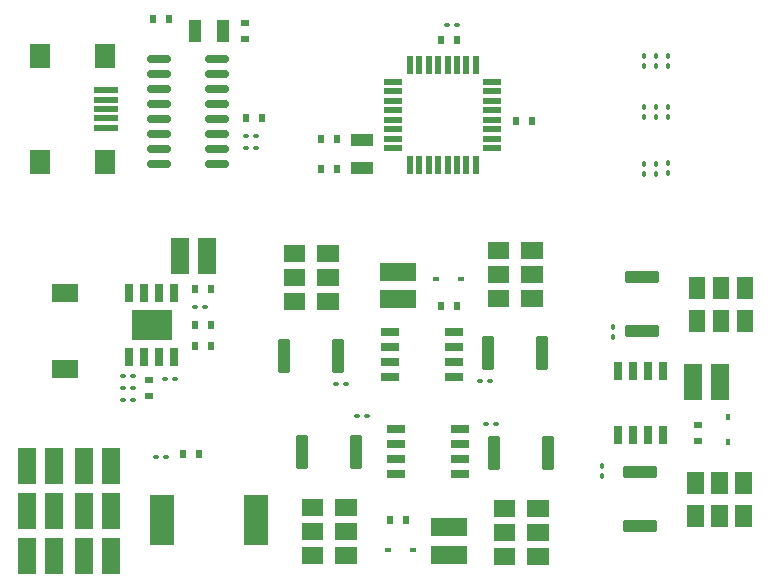
<source format=gbr>
%TF.GenerationSoftware,KiCad,Pcbnew,(6.0.10)*%
%TF.CreationDate,2023-01-31T23:24:51+03:00*%
%TF.ProjectId,001_ESC,3030315f-4553-4432-9e6b-696361645f70,rev?*%
%TF.SameCoordinates,Original*%
%TF.FileFunction,Paste,Top*%
%TF.FilePolarity,Positive*%
%FSLAX46Y46*%
G04 Gerber Fmt 4.6, Leading zero omitted, Abs format (unit mm)*
G04 Created by KiCad (PCBNEW (6.0.10)) date 2023-01-31 23:24:51*
%MOMM*%
%LPD*%
G01*
G04 APERTURE LIST*
G04 Aperture macros list*
%AMRoundRect*
0 Rectangle with rounded corners*
0 $1 Rounding radius*
0 $2 $3 $4 $5 $6 $7 $8 $9 X,Y pos of 4 corners*
0 Add a 4 corners polygon primitive as box body*
4,1,4,$2,$3,$4,$5,$6,$7,$8,$9,$2,$3,0*
0 Add four circle primitives for the rounded corners*
1,1,$1+$1,$2,$3*
1,1,$1+$1,$4,$5*
1,1,$1+$1,$6,$7*
1,1,$1+$1,$8,$9*
0 Add four rect primitives between the rounded corners*
20,1,$1+$1,$2,$3,$4,$5,0*
20,1,$1+$1,$4,$5,$6,$7,0*
20,1,$1+$1,$6,$7,$8,$9,0*
20,1,$1+$1,$8,$9,$2,$3,0*%
G04 Aperture macros list end*
%ADD10C,0.010000*%
%ADD11RoundRect,0.116400X-1.298600X-0.368600X1.298600X-0.368600X1.298600X0.368600X-1.298600X0.368600X0*%
%ADD12RoundRect,0.116400X-0.368600X1.298600X-0.368600X-1.298600X0.368600X-1.298600X0.368600X1.298600X0*%
%ADD13RoundRect,0.116400X0.368600X-1.298600X0.368600X1.298600X-0.368600X1.298600X-0.368600X-1.298600X0*%
%ADD14RoundRect,0.150000X0.825000X0.150000X-0.825000X0.150000X-0.825000X-0.150000X0.825000X-0.150000X0*%
%ADD15R,1.520000X3.050000*%
%ADD16RoundRect,0.090000X-0.090000X0.139000X-0.090000X-0.139000X0.090000X-0.139000X0.090000X0.139000X0*%
%ADD17R,0.600000X0.800000*%
%ADD18R,3.050000X1.520000*%
%ADD19R,0.700000X1.525000*%
%ADD20R,2.000000X4.200000*%
%ADD21R,0.600000X0.450000*%
%ADD22R,1.500000X0.550000*%
%ADD23R,0.550000X1.500000*%
%ADD24R,0.450000X0.600000*%
%ADD25RoundRect,0.090000X0.139000X0.090000X-0.139000X0.090000X-0.139000X-0.090000X0.139000X-0.090000X0*%
%ADD26RoundRect,0.090000X-0.139000X-0.090000X0.139000X-0.090000X0.139000X0.090000X-0.139000X0.090000X0*%
%ADD27RoundRect,0.090000X0.090000X-0.139000X0.090000X0.139000X-0.090000X0.139000X-0.090000X-0.139000X0*%
%ADD28R,1.525000X0.700000*%
%ADD29R,2.000000X0.500000*%
%ADD30R,1.700000X2.000000*%
%ADD31R,1.900000X1.100000*%
%ADD32R,0.800000X0.600000*%
%ADD33R,3.450000X2.560000*%
%ADD34R,1.100000X1.900000*%
%ADD35R,2.200000X1.500000*%
G04 APERTURE END LIST*
%TO.C,Q6*%
G36*
X170832000Y-120872000D02*
G01*
X169512000Y-120872000D01*
X169512000Y-119132000D01*
X170832000Y-119132000D01*
X170832000Y-120872000D01*
G37*
D10*
X170832000Y-120872000D02*
X169512000Y-120872000D01*
X169512000Y-119132000D01*
X170832000Y-119132000D01*
X170832000Y-120872000D01*
G36*
X172872000Y-120872000D02*
G01*
X171552000Y-120872000D01*
X171552000Y-119132000D01*
X172872000Y-119132000D01*
X172872000Y-120872000D01*
G37*
X172872000Y-120872000D02*
X171552000Y-120872000D01*
X171552000Y-119132000D01*
X172872000Y-119132000D01*
X172872000Y-120872000D01*
G36*
X174912000Y-120872000D02*
G01*
X173592000Y-120872000D01*
X173592000Y-119132000D01*
X174912000Y-119132000D01*
X174912000Y-120872000D01*
G37*
X174912000Y-120872000D02*
X173592000Y-120872000D01*
X173592000Y-119132000D01*
X174912000Y-119132000D01*
X174912000Y-120872000D01*
G36*
X170832000Y-123692000D02*
G01*
X169512000Y-123692000D01*
X169512000Y-121952000D01*
X170832000Y-121952000D01*
X170832000Y-123692000D01*
G37*
X170832000Y-123692000D02*
X169512000Y-123692000D01*
X169512000Y-121952000D01*
X170832000Y-121952000D01*
X170832000Y-123692000D01*
G36*
X172872000Y-123692000D02*
G01*
X171552000Y-123692000D01*
X171552000Y-121952000D01*
X172872000Y-121952000D01*
X172872000Y-123692000D01*
G37*
X172872000Y-123692000D02*
X171552000Y-123692000D01*
X171552000Y-121952000D01*
X172872000Y-121952000D01*
X172872000Y-123692000D01*
G36*
X174912000Y-123692000D02*
G01*
X173592000Y-123692000D01*
X173592000Y-121952000D01*
X174912000Y-121952000D01*
X174912000Y-123692000D01*
G37*
X174912000Y-123692000D02*
X173592000Y-123692000D01*
X173592000Y-121952000D01*
X174912000Y-121952000D01*
X174912000Y-123692000D01*
%TO.C,Q5*%
G36*
X170962000Y-104358000D02*
G01*
X169642000Y-104358000D01*
X169642000Y-102618000D01*
X170962000Y-102618000D01*
X170962000Y-104358000D01*
G37*
X170962000Y-104358000D02*
X169642000Y-104358000D01*
X169642000Y-102618000D01*
X170962000Y-102618000D01*
X170962000Y-104358000D01*
G36*
X173002000Y-104358000D02*
G01*
X171682000Y-104358000D01*
X171682000Y-102618000D01*
X173002000Y-102618000D01*
X173002000Y-104358000D01*
G37*
X173002000Y-104358000D02*
X171682000Y-104358000D01*
X171682000Y-102618000D01*
X173002000Y-102618000D01*
X173002000Y-104358000D01*
G36*
X175042000Y-104358000D02*
G01*
X173722000Y-104358000D01*
X173722000Y-102618000D01*
X175042000Y-102618000D01*
X175042000Y-104358000D01*
G37*
X175042000Y-104358000D02*
X173722000Y-104358000D01*
X173722000Y-102618000D01*
X175042000Y-102618000D01*
X175042000Y-104358000D01*
G36*
X170962000Y-107178000D02*
G01*
X169642000Y-107178000D01*
X169642000Y-105438000D01*
X170962000Y-105438000D01*
X170962000Y-107178000D01*
G37*
X170962000Y-107178000D02*
X169642000Y-107178000D01*
X169642000Y-105438000D01*
X170962000Y-105438000D01*
X170962000Y-107178000D01*
G36*
X173002000Y-107178000D02*
G01*
X171682000Y-107178000D01*
X171682000Y-105438000D01*
X173002000Y-105438000D01*
X173002000Y-107178000D01*
G37*
X173002000Y-107178000D02*
X171682000Y-107178000D01*
X171682000Y-105438000D01*
X173002000Y-105438000D01*
X173002000Y-107178000D01*
G36*
X175042000Y-107178000D02*
G01*
X173722000Y-107178000D01*
X173722000Y-105438000D01*
X175042000Y-105438000D01*
X175042000Y-107178000D01*
G37*
X175042000Y-107178000D02*
X173722000Y-107178000D01*
X173722000Y-105438000D01*
X175042000Y-105438000D01*
X175042000Y-107178000D01*
%TO.C,Q4*%
G36*
X141472000Y-122732000D02*
G01*
X139732000Y-122732000D01*
X139732000Y-121412000D01*
X141472000Y-121412000D01*
X141472000Y-122732000D01*
G37*
X141472000Y-122732000D02*
X139732000Y-122732000D01*
X139732000Y-121412000D01*
X141472000Y-121412000D01*
X141472000Y-122732000D01*
G36*
X141472000Y-124772000D02*
G01*
X139732000Y-124772000D01*
X139732000Y-123452000D01*
X141472000Y-123452000D01*
X141472000Y-124772000D01*
G37*
X141472000Y-124772000D02*
X139732000Y-124772000D01*
X139732000Y-123452000D01*
X141472000Y-123452000D01*
X141472000Y-124772000D01*
G36*
X141472000Y-126812000D02*
G01*
X139732000Y-126812000D01*
X139732000Y-125492000D01*
X141472000Y-125492000D01*
X141472000Y-126812000D01*
G37*
X141472000Y-126812000D02*
X139732000Y-126812000D01*
X139732000Y-125492000D01*
X141472000Y-125492000D01*
X141472000Y-126812000D01*
G36*
X138652000Y-122732000D02*
G01*
X136912000Y-122732000D01*
X136912000Y-121412000D01*
X138652000Y-121412000D01*
X138652000Y-122732000D01*
G37*
X138652000Y-122732000D02*
X136912000Y-122732000D01*
X136912000Y-121412000D01*
X138652000Y-121412000D01*
X138652000Y-122732000D01*
G36*
X138652000Y-124772000D02*
G01*
X136912000Y-124772000D01*
X136912000Y-123452000D01*
X138652000Y-123452000D01*
X138652000Y-124772000D01*
G37*
X138652000Y-124772000D02*
X136912000Y-124772000D01*
X136912000Y-123452000D01*
X138652000Y-123452000D01*
X138652000Y-124772000D01*
G36*
X138652000Y-126812000D02*
G01*
X136912000Y-126812000D01*
X136912000Y-125492000D01*
X138652000Y-125492000D01*
X138652000Y-126812000D01*
G37*
X138652000Y-126812000D02*
X136912000Y-126812000D01*
X136912000Y-125492000D01*
X138652000Y-125492000D01*
X138652000Y-126812000D01*
%TO.C,Q3*%
G36*
X157728000Y-122826000D02*
G01*
X155988000Y-122826000D01*
X155988000Y-121506000D01*
X157728000Y-121506000D01*
X157728000Y-122826000D01*
G37*
X157728000Y-122826000D02*
X155988000Y-122826000D01*
X155988000Y-121506000D01*
X157728000Y-121506000D01*
X157728000Y-122826000D01*
G36*
X157728000Y-124866000D02*
G01*
X155988000Y-124866000D01*
X155988000Y-123546000D01*
X157728000Y-123546000D01*
X157728000Y-124866000D01*
G37*
X157728000Y-124866000D02*
X155988000Y-124866000D01*
X155988000Y-123546000D01*
X157728000Y-123546000D01*
X157728000Y-124866000D01*
G36*
X157728000Y-126906000D02*
G01*
X155988000Y-126906000D01*
X155988000Y-125586000D01*
X157728000Y-125586000D01*
X157728000Y-126906000D01*
G37*
X157728000Y-126906000D02*
X155988000Y-126906000D01*
X155988000Y-125586000D01*
X157728000Y-125586000D01*
X157728000Y-126906000D01*
G36*
X154908000Y-122826000D02*
G01*
X153168000Y-122826000D01*
X153168000Y-121506000D01*
X154908000Y-121506000D01*
X154908000Y-122826000D01*
G37*
X154908000Y-122826000D02*
X153168000Y-122826000D01*
X153168000Y-121506000D01*
X154908000Y-121506000D01*
X154908000Y-122826000D01*
G36*
X154908000Y-124866000D02*
G01*
X153168000Y-124866000D01*
X153168000Y-123546000D01*
X154908000Y-123546000D01*
X154908000Y-124866000D01*
G37*
X154908000Y-124866000D02*
X153168000Y-124866000D01*
X153168000Y-123546000D01*
X154908000Y-123546000D01*
X154908000Y-124866000D01*
G36*
X154908000Y-126906000D02*
G01*
X153168000Y-126906000D01*
X153168000Y-125586000D01*
X154908000Y-125586000D01*
X154908000Y-126906000D01*
G37*
X154908000Y-126906000D02*
X153168000Y-126906000D01*
X153168000Y-125586000D01*
X154908000Y-125586000D01*
X154908000Y-126906000D01*
%TO.C,Q2*%
G36*
X154400000Y-105062000D02*
G01*
X152660000Y-105062000D01*
X152660000Y-103742000D01*
X154400000Y-103742000D01*
X154400000Y-105062000D01*
G37*
X154400000Y-105062000D02*
X152660000Y-105062000D01*
X152660000Y-103742000D01*
X154400000Y-103742000D01*
X154400000Y-105062000D01*
G36*
X154400000Y-103022000D02*
G01*
X152660000Y-103022000D01*
X152660000Y-101702000D01*
X154400000Y-101702000D01*
X154400000Y-103022000D01*
G37*
X154400000Y-103022000D02*
X152660000Y-103022000D01*
X152660000Y-101702000D01*
X154400000Y-101702000D01*
X154400000Y-103022000D01*
G36*
X154400000Y-100982000D02*
G01*
X152660000Y-100982000D01*
X152660000Y-99662000D01*
X154400000Y-99662000D01*
X154400000Y-100982000D01*
G37*
X154400000Y-100982000D02*
X152660000Y-100982000D01*
X152660000Y-99662000D01*
X154400000Y-99662000D01*
X154400000Y-100982000D01*
G36*
X157220000Y-105062000D02*
G01*
X155480000Y-105062000D01*
X155480000Y-103742000D01*
X157220000Y-103742000D01*
X157220000Y-105062000D01*
G37*
X157220000Y-105062000D02*
X155480000Y-105062000D01*
X155480000Y-103742000D01*
X157220000Y-103742000D01*
X157220000Y-105062000D01*
G36*
X157220000Y-103022000D02*
G01*
X155480000Y-103022000D01*
X155480000Y-101702000D01*
X157220000Y-101702000D01*
X157220000Y-103022000D01*
G37*
X157220000Y-103022000D02*
X155480000Y-103022000D01*
X155480000Y-101702000D01*
X157220000Y-101702000D01*
X157220000Y-103022000D01*
G36*
X157220000Y-100982000D02*
G01*
X155480000Y-100982000D01*
X155480000Y-99662000D01*
X157220000Y-99662000D01*
X157220000Y-100982000D01*
G37*
X157220000Y-100982000D02*
X155480000Y-100982000D01*
X155480000Y-99662000D01*
X157220000Y-99662000D01*
X157220000Y-100982000D01*
%TO.C,Q1*%
G36*
X137128000Y-105316000D02*
G01*
X135388000Y-105316000D01*
X135388000Y-103996000D01*
X137128000Y-103996000D01*
X137128000Y-105316000D01*
G37*
X137128000Y-105316000D02*
X135388000Y-105316000D01*
X135388000Y-103996000D01*
X137128000Y-103996000D01*
X137128000Y-105316000D01*
G36*
X137128000Y-103276000D02*
G01*
X135388000Y-103276000D01*
X135388000Y-101956000D01*
X137128000Y-101956000D01*
X137128000Y-103276000D01*
G37*
X137128000Y-103276000D02*
X135388000Y-103276000D01*
X135388000Y-101956000D01*
X137128000Y-101956000D01*
X137128000Y-103276000D01*
G36*
X137128000Y-101236000D02*
G01*
X135388000Y-101236000D01*
X135388000Y-99916000D01*
X137128000Y-99916000D01*
X137128000Y-101236000D01*
G37*
X137128000Y-101236000D02*
X135388000Y-101236000D01*
X135388000Y-99916000D01*
X137128000Y-99916000D01*
X137128000Y-101236000D01*
G36*
X139948000Y-105316000D02*
G01*
X138208000Y-105316000D01*
X138208000Y-103996000D01*
X139948000Y-103996000D01*
X139948000Y-105316000D01*
G37*
X139948000Y-105316000D02*
X138208000Y-105316000D01*
X138208000Y-103996000D01*
X139948000Y-103996000D01*
X139948000Y-105316000D01*
G36*
X139948000Y-103276000D02*
G01*
X138208000Y-103276000D01*
X138208000Y-101956000D01*
X139948000Y-101956000D01*
X139948000Y-103276000D01*
G37*
X139948000Y-103276000D02*
X138208000Y-103276000D01*
X138208000Y-101956000D01*
X139948000Y-101956000D01*
X139948000Y-103276000D01*
G36*
X139948000Y-101236000D02*
G01*
X138208000Y-101236000D01*
X138208000Y-99916000D01*
X139948000Y-99916000D01*
X139948000Y-101236000D01*
G37*
X139948000Y-101236000D02*
X138208000Y-101236000D01*
X138208000Y-99916000D01*
X139948000Y-99916000D01*
X139948000Y-101236000D01*
%TD*%
D11*
%TO.C,Q6*%
X165562000Y-119122000D03*
X165562000Y-123702000D03*
%TD*%
%TO.C,Q5*%
X165692000Y-102608000D03*
X165692000Y-107188000D03*
%TD*%
D12*
%TO.C,Q4*%
X141482000Y-117462000D03*
X136902000Y-117462000D03*
%TD*%
%TO.C,Q3*%
X157738000Y-117556000D03*
X153158000Y-117556000D03*
%TD*%
D13*
%TO.C,Q2*%
X152650000Y-109012000D03*
X157230000Y-109012000D03*
%TD*%
%TO.C,Q1*%
X135378000Y-109266000D03*
X139958000Y-109266000D03*
%TD*%
D14*
%TO.C,U1*%
X129729000Y-93091000D03*
X129729000Y-91821000D03*
X129729000Y-90551000D03*
X129729000Y-89281000D03*
X129729000Y-88011000D03*
X129729000Y-86741000D03*
X129729000Y-85471000D03*
X129729000Y-84201000D03*
X124779000Y-84201000D03*
X124779000Y-85471000D03*
X124779000Y-86741000D03*
X124779000Y-88011000D03*
X124779000Y-89281000D03*
X124779000Y-90551000D03*
X124779000Y-91821000D03*
X124779000Y-93091000D03*
%TD*%
D15*
%TO.C,C8*%
X115953000Y-126238000D03*
X113663000Y-126238000D03*
%TD*%
D16*
%TO.C,R11*%
X165862000Y-88213500D03*
X165862000Y-89078500D03*
%TD*%
D17*
%TO.C,C14*%
X156402000Y-89408000D03*
X155002000Y-89408000D03*
%TD*%
%TO.C,C13*%
X138492000Y-93472000D03*
X139892000Y-93472000D03*
%TD*%
D18*
%TO.C,C16*%
X145034000Y-104445000D03*
X145034000Y-102155000D03*
%TD*%
D19*
%TO.C,IC4*%
X167467000Y-110568000D03*
X166197000Y-110568000D03*
X164927000Y-110568000D03*
X163657000Y-110568000D03*
X163657000Y-115992000D03*
X164927000Y-115992000D03*
X166197000Y-115992000D03*
X167467000Y-115992000D03*
%TD*%
D20*
%TO.C,BZ1*%
X125032000Y-123190000D03*
X133032000Y-123190000D03*
%TD*%
D16*
%TO.C,R12*%
X165862000Y-93904500D03*
X165862000Y-93039500D03*
%TD*%
D17*
%TO.C,C12*%
X148652000Y-82550000D03*
X150052000Y-82550000D03*
%TD*%
D21*
%TO.C,D4*%
X144238000Y-125730000D03*
X146338000Y-125730000D03*
%TD*%
D22*
%TO.C,U2*%
X144644000Y-86100000D03*
X144644000Y-86900000D03*
X144644000Y-87700000D03*
X144644000Y-88500000D03*
X144644000Y-89300000D03*
X144644000Y-90100000D03*
X144644000Y-90900000D03*
X144644000Y-91700000D03*
D23*
X146044000Y-93100000D03*
X146844000Y-93100000D03*
X147644000Y-93100000D03*
X148444000Y-93100000D03*
X149244000Y-93100000D03*
X150044000Y-93100000D03*
X150844000Y-93100000D03*
X151644000Y-93100000D03*
D22*
X153044000Y-91700000D03*
X153044000Y-90900000D03*
X153044000Y-90100000D03*
X153044000Y-89300000D03*
X153044000Y-88500000D03*
X153044000Y-87700000D03*
X153044000Y-86900000D03*
X153044000Y-86100000D03*
D23*
X151644000Y-84700000D03*
X150844000Y-84700000D03*
X150044000Y-84700000D03*
X149244000Y-84700000D03*
X148444000Y-84700000D03*
X147644000Y-84700000D03*
X146844000Y-84700000D03*
X146044000Y-84700000D03*
%TD*%
D24*
%TO.C,D5*%
X173020000Y-116586000D03*
X173020000Y-114486000D03*
%TD*%
D25*
%TO.C,R8*%
X132155500Y-90678000D03*
X133020500Y-90678000D03*
%TD*%
D17*
%TO.C,C18*%
X144334000Y-123190000D03*
X145734000Y-123190000D03*
%TD*%
D25*
%TO.C,R16*%
X139775500Y-111682000D03*
X140640500Y-111682000D03*
%TD*%
D15*
%TO.C,C20*%
X170005000Y-111502000D03*
X172295000Y-111502000D03*
%TD*%
%TO.C,C6*%
X118489000Y-122428000D03*
X120779000Y-122428000D03*
%TD*%
D26*
%TO.C,R4*%
X122606500Y-110998000D03*
X121741500Y-110998000D03*
%TD*%
D15*
%TO.C,C10*%
X115953000Y-118618000D03*
X113663000Y-118618000D03*
%TD*%
D16*
%TO.C,R10*%
X165862000Y-83895500D03*
X165862000Y-84760500D03*
%TD*%
D15*
%TO.C,C2*%
X126617000Y-100838000D03*
X128907000Y-100838000D03*
%TD*%
D27*
%TO.C,R13*%
X166878000Y-84760500D03*
X166878000Y-83895500D03*
%TD*%
%TO.C,R18*%
X167894000Y-83895500D03*
X167894000Y-84760500D03*
%TD*%
D28*
%TO.C,IC2*%
X144354000Y-107237000D03*
X144354000Y-108507000D03*
X144354000Y-109777000D03*
X144354000Y-111047000D03*
X149778000Y-111047000D03*
X149778000Y-109777000D03*
X149778000Y-108507000D03*
X149778000Y-107237000D03*
%TD*%
D26*
%TO.C,R22*%
X141553500Y-114347000D03*
X142418500Y-114347000D03*
%TD*%
D29*
%TO.C,J1*%
X120302000Y-86792000D03*
X120302000Y-87592000D03*
X120302000Y-88392000D03*
X120302000Y-89192000D03*
X120302000Y-89992000D03*
D30*
X114752000Y-83942000D03*
X120202000Y-92842000D03*
X114752000Y-92842000D03*
X120202000Y-83942000D03*
%TD*%
D26*
%TO.C,R21*%
X153340500Y-115046000D03*
X152475500Y-115046000D03*
%TD*%
D27*
%TO.C,R14*%
X166878000Y-89078500D03*
X166878000Y-88213500D03*
%TD*%
D15*
%TO.C,C9*%
X115953000Y-122428000D03*
X113663000Y-122428000D03*
%TD*%
D17*
%TO.C,D1*%
X127824000Y-106680000D03*
X129224000Y-106680000D03*
%TD*%
D15*
%TO.C,C5*%
X118489000Y-126238000D03*
X120779000Y-126238000D03*
%TD*%
D27*
%TO.C,R23*%
X163276000Y-106827000D03*
X163276000Y-107692000D03*
%TD*%
D31*
%TO.C,XTAL1*%
X141986000Y-90997000D03*
X141986000Y-93407000D03*
%TD*%
D26*
%TO.C,R9*%
X124535500Y-117856000D03*
X125400500Y-117856000D03*
%TD*%
D32*
%TO.C,C21*%
X170434000Y-116520000D03*
X170434000Y-115120000D03*
%TD*%
D15*
%TO.C,C7*%
X118489000Y-118618000D03*
X120779000Y-118618000D03*
%TD*%
D17*
%TO.C,C11*%
X138492000Y-90932000D03*
X139892000Y-90932000D03*
%TD*%
%TO.C,D2*%
X126808000Y-117602000D03*
X128208000Y-117602000D03*
%TD*%
D16*
%TO.C,R24*%
X162306000Y-118593000D03*
X162306000Y-119458000D03*
%TD*%
D26*
%TO.C,R3*%
X122606500Y-112014000D03*
X121741500Y-112014000D03*
%TD*%
D17*
%TO.C,C1*%
X127824000Y-103632000D03*
X129224000Y-103632000D03*
%TD*%
D18*
%TO.C,C19*%
X149352000Y-123823000D03*
X149352000Y-126113000D03*
%TD*%
D27*
%TO.C,R19*%
X167894000Y-88213500D03*
X167894000Y-89078500D03*
%TD*%
D28*
%TO.C,IC3*%
X150286000Y-119315000D03*
X150286000Y-118045000D03*
X150286000Y-116775000D03*
X150286000Y-115505000D03*
X144862000Y-115505000D03*
X144862000Y-116775000D03*
X144862000Y-118045000D03*
X144862000Y-119315000D03*
%TD*%
D19*
%TO.C,IC1*%
X126111000Y-103968000D03*
X124841000Y-103968000D03*
X123571000Y-103968000D03*
X122301000Y-103968000D03*
X122301000Y-109392000D03*
X123571000Y-109392000D03*
X124841000Y-109392000D03*
X126111000Y-109392000D03*
D33*
X124206000Y-106680000D03*
%TD*%
D17*
%TO.C,C3*%
X127824000Y-108458000D03*
X129224000Y-108458000D03*
%TD*%
D26*
%TO.C,R6*%
X149173500Y-81280000D03*
X150038500Y-81280000D03*
%TD*%
D34*
%TO.C,XTAL2*%
X127827000Y-81788000D03*
X130237000Y-81788000D03*
%TD*%
D17*
%TO.C,C17*%
X150052000Y-105078000D03*
X148652000Y-105078000D03*
%TD*%
D21*
%TO.C,D3*%
X150402000Y-102792000D03*
X148302000Y-102792000D03*
%TD*%
D27*
%TO.C,R20*%
X167894000Y-93829000D03*
X167894000Y-92964000D03*
%TD*%
D32*
%TO.C,C23*%
X132080000Y-82488000D03*
X132080000Y-81088000D03*
%TD*%
D26*
%TO.C,R1*%
X126162500Y-111252000D03*
X125297500Y-111252000D03*
%TD*%
D25*
%TO.C,R7*%
X133020500Y-91694000D03*
X132155500Y-91694000D03*
%TD*%
D32*
%TO.C,C4*%
X123952000Y-111314000D03*
X123952000Y-112714000D03*
%TD*%
D27*
%TO.C,R15*%
X166878000Y-93039500D03*
X166878000Y-93904500D03*
%TD*%
D26*
%TO.C,R2*%
X121741500Y-113030000D03*
X122606500Y-113030000D03*
%TD*%
%TO.C,R5*%
X128702500Y-105156000D03*
X127837500Y-105156000D03*
%TD*%
D25*
%TO.C,R17*%
X152832500Y-111428000D03*
X151967500Y-111428000D03*
%TD*%
D17*
%TO.C,C22*%
X124268000Y-80772000D03*
X125668000Y-80772000D03*
%TD*%
D35*
%TO.C,L1*%
X116840000Y-110388000D03*
X116840000Y-103988000D03*
%TD*%
D17*
%TO.C,C15*%
X133542000Y-89154000D03*
X132142000Y-89154000D03*
%TD*%
M02*

</source>
